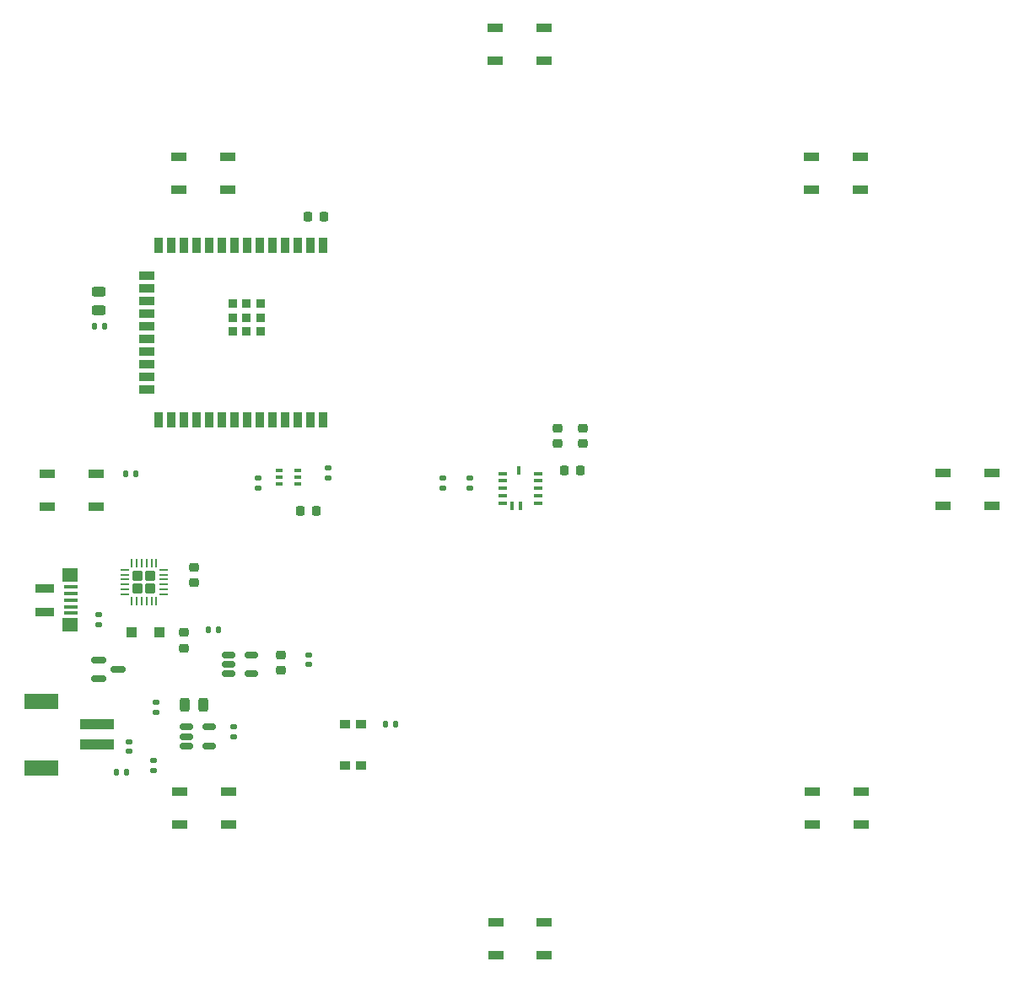
<source format=gbr>
%TF.GenerationSoftware,KiCad,Pcbnew,7.0.9*%
%TF.CreationDate,2023-12-18T12:46:53-05:00*%
%TF.ProjectId,Coaster_KiCard,436f6173-7465-4725-9f4b-69436172642e,rev?*%
%TF.SameCoordinates,Original*%
%TF.FileFunction,Paste,Top*%
%TF.FilePolarity,Positive*%
%FSLAX46Y46*%
G04 Gerber Fmt 4.6, Leading zero omitted, Abs format (unit mm)*
G04 Created by KiCad (PCBNEW 7.0.9) date 2023-12-18 12:46:53*
%MOMM*%
%LPD*%
G01*
G04 APERTURE LIST*
G04 Aperture macros list*
%AMRoundRect*
0 Rectangle with rounded corners*
0 $1 Rounding radius*
0 $2 $3 $4 $5 $6 $7 $8 $9 X,Y pos of 4 corners*
0 Add a 4 corners polygon primitive as box body*
4,1,4,$2,$3,$4,$5,$6,$7,$8,$9,$2,$3,0*
0 Add four circle primitives for the rounded corners*
1,1,$1+$1,$2,$3*
1,1,$1+$1,$4,$5*
1,1,$1+$1,$6,$7*
1,1,$1+$1,$8,$9*
0 Add four rect primitives between the rounded corners*
20,1,$1+$1,$2,$3,$4,$5,0*
20,1,$1+$1,$4,$5,$6,$7,0*
20,1,$1+$1,$6,$7,$8,$9,0*
20,1,$1+$1,$8,$9,$2,$3,0*%
G04 Aperture macros list end*
%ADD10R,1.900000X0.875000*%
%ADD11R,1.550000X1.425000*%
%ADD12R,1.380000X0.450000*%
%ADD13R,0.900000X1.500000*%
%ADD14R,1.500000X0.900000*%
%ADD15R,0.900000X0.900000*%
%ADD16RoundRect,0.150000X-0.512500X-0.150000X0.512500X-0.150000X0.512500X0.150000X-0.512500X0.150000X0*%
%ADD17RoundRect,0.243750X0.243750X0.456250X-0.243750X0.456250X-0.243750X-0.456250X0.243750X-0.456250X0*%
%ADD18R,0.650000X0.400000*%
%ADD19RoundRect,0.135000X0.185000X-0.135000X0.185000X0.135000X-0.185000X0.135000X-0.185000X-0.135000X0*%
%ADD20R,3.500000X1.000000*%
%ADD21R,3.400000X1.500000*%
%ADD22R,0.805000X0.350000*%
%ADD23R,0.400000X0.805000*%
%ADD24RoundRect,0.135000X-0.185000X0.135000X-0.185000X-0.135000X0.185000X-0.135000X0.185000X0.135000X0*%
%ADD25R,1.000000X0.900000*%
%ADD26RoundRect,0.135000X0.135000X0.185000X-0.135000X0.185000X-0.135000X-0.185000X0.135000X-0.185000X0*%
%ADD27RoundRect,0.225000X-0.250000X0.225000X-0.250000X-0.225000X0.250000X-0.225000X0.250000X0.225000X0*%
%ADD28RoundRect,0.225000X-0.225000X-0.250000X0.225000X-0.250000X0.225000X0.250000X-0.225000X0.250000X0*%
%ADD29RoundRect,0.140000X-0.170000X0.140000X-0.170000X-0.140000X0.170000X-0.140000X0.170000X0.140000X0*%
%ADD30RoundRect,0.243750X-0.456250X0.243750X-0.456250X-0.243750X0.456250X-0.243750X0.456250X0.243750X0*%
%ADD31RoundRect,0.250000X0.300000X0.300000X-0.300000X0.300000X-0.300000X-0.300000X0.300000X-0.300000X0*%
%ADD32RoundRect,0.225000X0.250000X-0.225000X0.250000X0.225000X-0.250000X0.225000X-0.250000X-0.225000X0*%
%ADD33RoundRect,0.150000X-0.587500X-0.150000X0.587500X-0.150000X0.587500X0.150000X-0.587500X0.150000X0*%
%ADD34RoundRect,0.135000X-0.135000X-0.185000X0.135000X-0.185000X0.135000X0.185000X-0.135000X0.185000X0*%
%ADD35RoundRect,0.062500X-0.062500X-0.350000X0.062500X-0.350000X0.062500X0.350000X-0.062500X0.350000X0*%
%ADD36RoundRect,0.062500X-0.350000X-0.062500X0.350000X-0.062500X0.350000X0.062500X-0.350000X0.062500X0*%
%ADD37RoundRect,0.250000X-0.275000X-0.275000X0.275000X-0.275000X0.275000X0.275000X-0.275000X0.275000X0*%
G04 APERTURE END LIST*
D10*
%TO.C,J3*%
X27250000Y-84812000D03*
X27250000Y-87188000D03*
D11*
X29825000Y-83513000D03*
X29825000Y-88487000D03*
D12*
X29910000Y-84700000D03*
X29910000Y-85350000D03*
X29910000Y-86000000D03*
X29910000Y-86650000D03*
X29910000Y-87300000D03*
%TD*%
D13*
%TO.C,IC1*%
X55260000Y-50365000D03*
X53990000Y-50365000D03*
X52720000Y-50365000D03*
X51450000Y-50365000D03*
X50180000Y-50365000D03*
X48910000Y-50365000D03*
X47640000Y-50365000D03*
X46370000Y-50365000D03*
X45100000Y-50365000D03*
X43830000Y-50365000D03*
X42560000Y-50365000D03*
X41290000Y-50365000D03*
X40020000Y-50365000D03*
X38750000Y-50365000D03*
D14*
X37500000Y-53400000D03*
X37500000Y-54670000D03*
X37500000Y-55940000D03*
X37500000Y-57210000D03*
X37500000Y-58480000D03*
X37500000Y-59750000D03*
X37500000Y-61020000D03*
X37500000Y-62290000D03*
X37500000Y-63560000D03*
X37500000Y-64830000D03*
D13*
X38750000Y-67865000D03*
X40020000Y-67865000D03*
X41290000Y-67865000D03*
X42560000Y-67865000D03*
X43830000Y-67865000D03*
X45100000Y-67865000D03*
X46370000Y-67865000D03*
X47640000Y-67865000D03*
X48910000Y-67865000D03*
X50180000Y-67865000D03*
X51450000Y-67865000D03*
X52720000Y-67865000D03*
X53990000Y-67865000D03*
X55260000Y-67865000D03*
D15*
X48940000Y-56215000D03*
X47540000Y-56215000D03*
X46140000Y-56215000D03*
X46140000Y-57615000D03*
X46140000Y-59015000D03*
X47540000Y-59015000D03*
X48940000Y-59015000D03*
X48940000Y-57615000D03*
X47540000Y-57615000D03*
%TD*%
D16*
%TO.C,U1*%
X48025000Y-91500000D03*
X48025000Y-93400000D03*
X45750000Y-93400000D03*
X45750000Y-92450000D03*
X45750000Y-91500000D03*
%TD*%
D17*
%TO.C,D2*%
X41312500Y-96500000D03*
X43187500Y-96500000D03*
%TD*%
D18*
%TO.C,Q2*%
X52700000Y-73010000D03*
X52700000Y-73660000D03*
X52700000Y-74310000D03*
X50800000Y-74310000D03*
X50800000Y-73660000D03*
X50800000Y-73010000D03*
%TD*%
D14*
%TO.C,D10*%
X72550000Y-118350000D03*
X72550000Y-121650000D03*
X77450000Y-121650000D03*
X77450000Y-118350000D03*
%TD*%
D19*
%TO.C,R1*%
X32750000Y-87490000D03*
X32750000Y-88510000D03*
%TD*%
D20*
%TO.C,J1*%
X32500000Y-98500000D03*
X32500000Y-100500000D03*
D21*
X26950000Y-96150000D03*
X26950000Y-102850000D03*
%TD*%
D22*
%TO.C,IC2*%
X73250000Y-73272000D03*
X73250000Y-74022000D03*
X73250000Y-74772000D03*
X73250000Y-75522000D03*
X73250000Y-76272000D03*
D23*
X74222000Y-76544000D03*
D22*
X76794000Y-76272000D03*
X76794000Y-75522000D03*
X76794000Y-74772000D03*
X76794000Y-74022000D03*
X76794000Y-73272000D03*
D23*
X74847000Y-73000000D03*
X75022000Y-76544000D03*
%TD*%
D24*
%TO.C,R8*%
X38500000Y-97260000D03*
X38500000Y-96240000D03*
%TD*%
D25*
%TO.C,S1*%
X59000000Y-102600000D03*
X57400000Y-102600000D03*
X57400000Y-98500000D03*
X59000000Y-98500000D03*
%TD*%
D26*
%TO.C,R3*%
X61500000Y-98500000D03*
X62520000Y-98500000D03*
%TD*%
D27*
%TO.C,C10*%
X78740000Y-70300000D03*
X78740000Y-68750000D03*
%TD*%
D14*
%TO.C,D11*%
X40850000Y-105200000D03*
X40850000Y-108500000D03*
X45750000Y-108500000D03*
X45750000Y-105200000D03*
%TD*%
%TO.C,D6*%
X72500000Y-28500000D03*
X72500000Y-31800000D03*
X77400000Y-31800000D03*
X77400000Y-28500000D03*
%TD*%
D24*
%TO.C,R7*%
X38250000Y-103100000D03*
X38250000Y-102080000D03*
%TD*%
D28*
%TO.C,C8*%
X81025000Y-73000000D03*
X79475000Y-73000000D03*
%TD*%
D27*
%TO.C,C2*%
X51000000Y-93050000D03*
X51000000Y-91500000D03*
%TD*%
D29*
%TO.C,C7*%
X35750000Y-100250000D03*
X35750000Y-101210000D03*
%TD*%
D16*
%TO.C,U3*%
X43775000Y-98750000D03*
X43775000Y-100650000D03*
X41500000Y-100650000D03*
X41500000Y-99700000D03*
X41500000Y-98750000D03*
%TD*%
D19*
%TO.C,R4*%
X48750000Y-73740000D03*
X48750000Y-74760000D03*
%TD*%
D26*
%TO.C,R13*%
X35390000Y-73300000D03*
X36410000Y-73300000D03*
%TD*%
D19*
%TO.C,R11*%
X67250000Y-73740000D03*
X67250000Y-74760000D03*
%TD*%
D30*
%TO.C,D3*%
X32750000Y-56875000D03*
X32750000Y-55000000D03*
%TD*%
D31*
%TO.C,D1*%
X36000000Y-89250000D03*
X38800000Y-89250000D03*
%TD*%
D24*
%TO.C,R9*%
X46250000Y-99770000D03*
X46250000Y-98750000D03*
%TD*%
D14*
%TO.C,D5*%
X40750000Y-41450000D03*
X40750000Y-44750000D03*
X45650000Y-44750000D03*
X45650000Y-41450000D03*
%TD*%
D32*
%TO.C,C6*%
X42250000Y-82725000D03*
X42250000Y-84275000D03*
%TD*%
D29*
%TO.C,C3*%
X53750000Y-92460000D03*
X53750000Y-91500000D03*
%TD*%
D27*
%TO.C,C9*%
X81280000Y-70275000D03*
X81280000Y-68725000D03*
%TD*%
%TO.C,C1*%
X41250000Y-90800000D03*
X41250000Y-89250000D03*
%TD*%
D33*
%TO.C,Q1*%
X34625000Y-92950000D03*
X32750000Y-93900000D03*
X32750000Y-92000000D03*
%TD*%
D34*
%TO.C,R2*%
X44770000Y-89000000D03*
X43750000Y-89000000D03*
%TD*%
D24*
%TO.C,R5*%
X55750000Y-73760000D03*
X55750000Y-72740000D03*
%TD*%
D19*
%TO.C,R12*%
X70000000Y-73740000D03*
X70000000Y-74760000D03*
%TD*%
D35*
%TO.C,U2*%
X36000000Y-82250000D03*
X36500000Y-82250000D03*
X37000000Y-82250000D03*
X37500000Y-82250000D03*
X38000000Y-82250000D03*
X38500000Y-82250000D03*
D36*
X39187500Y-82937500D03*
X39187500Y-83437500D03*
X39187500Y-83937500D03*
X39187500Y-84437500D03*
X39187500Y-84937500D03*
X39187500Y-85437500D03*
D35*
X38500000Y-86125000D03*
X38000000Y-86125000D03*
X37500000Y-86125000D03*
X37000000Y-86125000D03*
X36500000Y-86125000D03*
X36000000Y-86125000D03*
D36*
X35312500Y-85437500D03*
X35312500Y-84937500D03*
X35312500Y-84437500D03*
X35312500Y-83937500D03*
X35312500Y-83437500D03*
X35312500Y-82937500D03*
D37*
X37900000Y-84837500D03*
X37900000Y-83537500D03*
X36600000Y-84837500D03*
X36600000Y-83537500D03*
%TD*%
D14*
%TO.C,D9*%
X104350000Y-105200000D03*
X104350000Y-108500000D03*
X109250000Y-108500000D03*
X109250000Y-105200000D03*
%TD*%
D26*
%TO.C,R6*%
X34500000Y-103250000D03*
X35520000Y-103250000D03*
%TD*%
D14*
%TO.C,D4*%
X27550000Y-73350000D03*
X27550000Y-76650000D03*
X32450000Y-76650000D03*
X32450000Y-73350000D03*
%TD*%
%TO.C,D7*%
X104250000Y-41500000D03*
X104250000Y-44800000D03*
X109150000Y-44800000D03*
X109150000Y-41500000D03*
%TD*%
D26*
%TO.C,R10*%
X32250000Y-58500000D03*
X33270000Y-58500000D03*
%TD*%
D28*
%TO.C,C5*%
X54525000Y-77000000D03*
X52975000Y-77000000D03*
%TD*%
%TO.C,C4*%
X55275000Y-47500000D03*
X53725000Y-47500000D03*
%TD*%
D14*
%TO.C,D8*%
X117500000Y-73250000D03*
X117500000Y-76550000D03*
X122400000Y-76550000D03*
X122400000Y-73250000D03*
%TD*%
M02*

</source>
